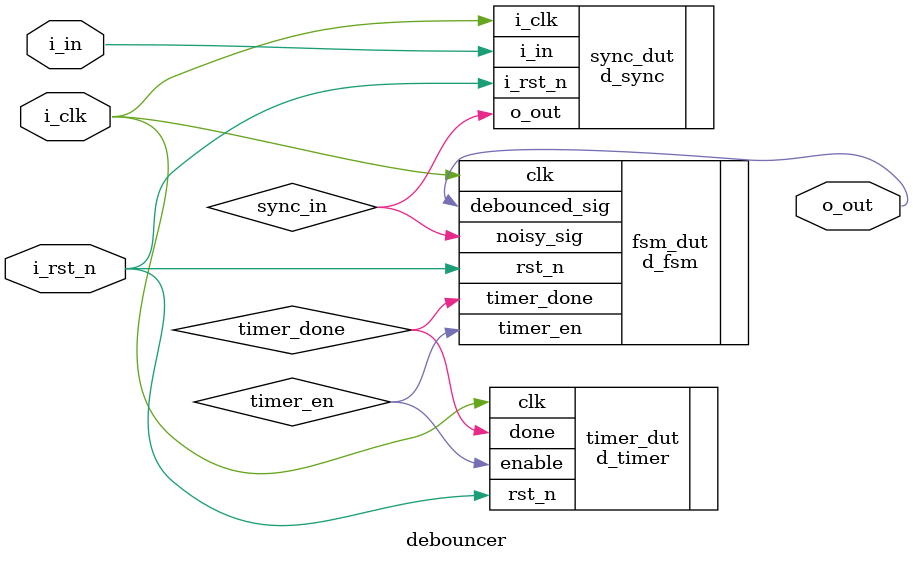
<source format=v>
module debouncer 
#(
	parameter counter_final_value = 99
)
(
	input wire i_clk,
	input wire i_rst_n,
	input wire i_in,
	output wire o_out
);

wire sync_in;
wire timer_en, timer_done;

d_sync sync_dut(
  .i_clk(i_clk),
  .i_rst_n(i_rst_n),
  .i_in(i_in),
  .o_out(sync_in)
);

d_fsm fsm_dut(
.rst_n(i_rst_n),
.clk(i_clk),
.noisy_sig(sync_in), 
.timer_done(timer_done),
.debounced_sig(o_out), 
.timer_en(timer_en));

d_timer #(.counter_final_value(counter_final_value)) timer_dut(
.clk(i_clk),
.rst_n(i_rst_n),
.enable(timer_en),
.done(timer_done));

endmodule
</source>
